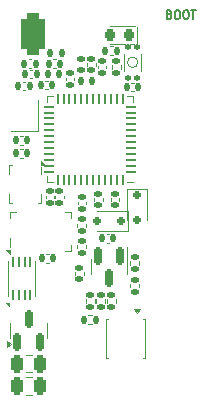
<source format=gbr>
%TF.GenerationSoftware,KiCad,Pcbnew,8.0.7*%
%TF.CreationDate,2025-01-22T04:17:01+01:00*%
%TF.ProjectId,beacon,62656163-6f6e-42e6-9b69-6361645f7063,rev?*%
%TF.SameCoordinates,Original*%
%TF.FileFunction,Legend,Top*%
%TF.FilePolarity,Positive*%
%FSLAX46Y46*%
G04 Gerber Fmt 4.6, Leading zero omitted, Abs format (unit mm)*
G04 Created by KiCad (PCBNEW 8.0.7) date 2025-01-22 04:17:01*
%MOMM*%
%LPD*%
G01*
G04 APERTURE LIST*
G04 Aperture macros list*
%AMRoundRect*
0 Rectangle with rounded corners*
0 $1 Rounding radius*
0 $2 $3 $4 $5 $6 $7 $8 $9 X,Y pos of 4 corners*
0 Add a 4 corners polygon primitive as box body*
4,1,4,$2,$3,$4,$5,$6,$7,$8,$9,$2,$3,0*
0 Add four circle primitives for the rounded corners*
1,1,$1+$1,$2,$3*
1,1,$1+$1,$4,$5*
1,1,$1+$1,$6,$7*
1,1,$1+$1,$8,$9*
0 Add four rect primitives between the rounded corners*
20,1,$1+$1,$2,$3,$4,$5,0*
20,1,$1+$1,$4,$5,$6,$7,0*
20,1,$1+$1,$6,$7,$8,$9,0*
20,1,$1+$1,$8,$9,$2,$3,0*%
%AMFreePoly0*
4,1,11,1.372500,0.090000,0.862500,0.090000,0.862500,-0.165000,1.372500,-0.165000,1.372500,-0.587500,0.612500,-0.587500,0.612500,-0.495000,-0.862500,-0.495000,-0.862500,0.495000,1.372500,0.495000,1.372500,0.090000,1.372500,0.090000,$1*%
%AMFreePoly1*
4,1,11,1.372500,0.165000,0.862500,0.165000,0.862500,-0.090000,1.372500,-0.090000,1.372500,-0.495000,-0.862500,-0.495000,-0.862500,0.495000,0.612500,0.495000,0.612500,0.587500,1.372500,0.587500,1.372500,0.165000,1.372500,0.165000,$1*%
G04 Aperture macros list end*
%ADD10C,0.175000*%
%ADD11C,0.120000*%
%ADD12C,0.100000*%
%ADD13R,2.200000X2.200000*%
%ADD14C,2.200000*%
%ADD15RoundRect,0.150000X-0.200000X0.150000X-0.200000X-0.150000X0.200000X-0.150000X0.200000X0.150000X0*%
%ADD16RoundRect,0.150000X0.150000X0.200000X-0.150000X0.200000X-0.150000X-0.200000X0.150000X-0.200000X0*%
%ADD17RoundRect,0.135000X0.185000X-0.135000X0.185000X0.135000X-0.185000X0.135000X-0.185000X-0.135000X0*%
%ADD18RoundRect,0.147500X0.147500X0.172500X-0.147500X0.172500X-0.147500X-0.172500X0.147500X-0.172500X0*%
%ADD19RoundRect,0.140000X0.140000X0.170000X-0.140000X0.170000X-0.140000X-0.170000X0.140000X-0.170000X0*%
%ADD20RoundRect,0.140000X-0.140000X-0.170000X0.140000X-0.170000X0.140000X0.170000X-0.140000X0.170000X0*%
%ADD21RoundRect,0.140000X-0.170000X0.140000X-0.170000X-0.140000X0.170000X-0.140000X0.170000X0.140000X0*%
%ADD22RoundRect,0.140000X0.170000X-0.140000X0.170000X0.140000X-0.170000X0.140000X-0.170000X-0.140000X0*%
%ADD23RoundRect,0.135000X-0.135000X-0.185000X0.135000X-0.185000X0.135000X0.185000X-0.135000X0.185000X0*%
%ADD24RoundRect,0.062500X0.375000X0.062500X-0.375000X0.062500X-0.375000X-0.062500X0.375000X-0.062500X0*%
%ADD25RoundRect,0.062500X0.062500X0.375000X-0.062500X0.375000X-0.062500X-0.375000X0.062500X-0.375000X0*%
%ADD26R,5.600000X5.600000*%
%ADD27C,3.800000*%
%ADD28RoundRect,0.135000X-0.185000X0.135000X-0.185000X-0.135000X0.185000X-0.135000X0.185000X0.135000X0*%
%ADD29C,1.300000*%
%ADD30RoundRect,0.150000X-0.150000X0.587500X-0.150000X-0.587500X0.150000X-0.587500X0.150000X0.587500X0*%
%ADD31RoundRect,0.250000X0.250000X0.475000X-0.250000X0.475000X-0.250000X-0.475000X0.250000X-0.475000X0*%
%ADD32R,0.800000X0.900000*%
%ADD33RoundRect,0.150000X0.150000X-0.587500X0.150000X0.587500X-0.150000X0.587500X-0.150000X-0.587500X0*%
%ADD34RoundRect,0.062500X0.062500X-0.387500X0.062500X0.387500X-0.062500X0.387500X-0.062500X-0.387500X0*%
%ADD35R,1.600000X0.200000*%
%ADD36R,0.250000X0.675000*%
%ADD37R,0.675000X0.250000*%
%ADD38R,0.550000X0.950000*%
%ADD39RoundRect,0.125000X0.125000X-0.150000X0.125000X0.150000X-0.125000X0.150000X-0.125000X-0.150000X0*%
%ADD40RoundRect,0.147500X-0.147500X-0.172500X0.147500X-0.172500X0.147500X0.172500X-0.147500X0.172500X0*%
%ADD41RoundRect,0.147500X0.172500X-0.147500X0.172500X0.147500X-0.172500X0.147500X-0.172500X-0.147500X0*%
%ADD42RoundRect,0.218750X0.218750X0.256250X-0.218750X0.256250X-0.218750X-0.256250X0.218750X-0.256250X0*%
%ADD43R,0.405000X0.990000*%
%ADD44FreePoly0,270.000000*%
%ADD45FreePoly1,270.000000*%
%ADD46RoundRect,0.500000X-0.500000X-1.250000X0.500000X-1.250000X0.500000X1.250000X-0.500000X1.250000X0*%
%ADD47R,2.100000X2.100000*%
%ADD48C,2.100000*%
G04 APERTURE END LIST*
D10*
X15315131Y26361434D02*
X15415131Y26328100D01*
X15415131Y26328100D02*
X15448464Y26294767D01*
X15448464Y26294767D02*
X15481797Y26228100D01*
X15481797Y26228100D02*
X15481797Y26128100D01*
X15481797Y26128100D02*
X15448464Y26061434D01*
X15448464Y26061434D02*
X15415131Y26028100D01*
X15415131Y26028100D02*
X15348464Y25994767D01*
X15348464Y25994767D02*
X15081797Y25994767D01*
X15081797Y25994767D02*
X15081797Y26694767D01*
X15081797Y26694767D02*
X15315131Y26694767D01*
X15315131Y26694767D02*
X15381797Y26661434D01*
X15381797Y26661434D02*
X15415131Y26628100D01*
X15415131Y26628100D02*
X15448464Y26561434D01*
X15448464Y26561434D02*
X15448464Y26494767D01*
X15448464Y26494767D02*
X15415131Y26428100D01*
X15415131Y26428100D02*
X15381797Y26394767D01*
X15381797Y26394767D02*
X15315131Y26361434D01*
X15315131Y26361434D02*
X15081797Y26361434D01*
X15915131Y26694767D02*
X16048464Y26694767D01*
X16048464Y26694767D02*
X16115131Y26661434D01*
X16115131Y26661434D02*
X16181797Y26594767D01*
X16181797Y26594767D02*
X16215131Y26461434D01*
X16215131Y26461434D02*
X16215131Y26228100D01*
X16215131Y26228100D02*
X16181797Y26094767D01*
X16181797Y26094767D02*
X16115131Y26028100D01*
X16115131Y26028100D02*
X16048464Y25994767D01*
X16048464Y25994767D02*
X15915131Y25994767D01*
X15915131Y25994767D02*
X15848464Y26028100D01*
X15848464Y26028100D02*
X15781797Y26094767D01*
X15781797Y26094767D02*
X15748464Y26228100D01*
X15748464Y26228100D02*
X15748464Y26461434D01*
X15748464Y26461434D02*
X15781797Y26594767D01*
X15781797Y26594767D02*
X15848464Y26661434D01*
X15848464Y26661434D02*
X15915131Y26694767D01*
X16648464Y26694767D02*
X16781797Y26694767D01*
X16781797Y26694767D02*
X16848464Y26661434D01*
X16848464Y26661434D02*
X16915130Y26594767D01*
X16915130Y26594767D02*
X16948464Y26461434D01*
X16948464Y26461434D02*
X16948464Y26228100D01*
X16948464Y26228100D02*
X16915130Y26094767D01*
X16915130Y26094767D02*
X16848464Y26028100D01*
X16848464Y26028100D02*
X16781797Y25994767D01*
X16781797Y25994767D02*
X16648464Y25994767D01*
X16648464Y25994767D02*
X16581797Y26028100D01*
X16581797Y26028100D02*
X16515130Y26094767D01*
X16515130Y26094767D02*
X16481797Y26228100D01*
X16481797Y26228100D02*
X16481797Y26461434D01*
X16481797Y26461434D02*
X16515130Y26594767D01*
X16515130Y26594767D02*
X16581797Y26661434D01*
X16581797Y26661434D02*
X16648464Y26694767D01*
X17148463Y26694767D02*
X17548463Y26694767D01*
X17348463Y25994767D02*
X17348463Y26694767D01*
D11*
%TO.C,D2*%
X11750000Y11610000D02*
X11750000Y8950000D01*
X13450000Y11610000D02*
X11750000Y11610000D01*
X13450000Y11610000D02*
X13450000Y8950000D01*
%TO.C,D3*%
X11810000Y9750000D02*
X9150000Y9750000D01*
X11810000Y8050000D02*
X9150000Y8050000D01*
X11810000Y8050000D02*
X11810000Y9750000D01*
%TO.C,R7*%
X7520000Y6546359D02*
X7520000Y6853641D01*
X8280000Y6546359D02*
X8280000Y6853641D01*
%TO.C,R8*%
X7520000Y8346359D02*
X7520000Y8653641D01*
X8280000Y8346359D02*
X8280000Y8653641D01*
%TO.C,C5*%
X5007836Y20760000D02*
X4792164Y20760000D01*
X5007836Y20040000D02*
X4792164Y20040000D01*
%TO.C,C16*%
X4892164Y6060000D02*
X5107836Y6060000D01*
X4892164Y5340000D02*
X5107836Y5340000D01*
%TO.C,C7*%
X5707836Y22560000D02*
X5492164Y22560000D01*
X5707836Y21840000D02*
X5492164Y21840000D01*
%TO.C,C11*%
X10340000Y10807836D02*
X10340000Y10592164D01*
X11060000Y10807836D02*
X11060000Y10592164D01*
%TO.C,C21*%
X6540000Y20792164D02*
X6540000Y21007836D01*
X7260000Y20792164D02*
X7260000Y21007836D01*
%TO.C,C13*%
X9992164Y7760000D02*
X10207836Y7760000D01*
X9992164Y7040000D02*
X10207836Y7040000D01*
%TO.C,C3*%
X8940000Y10807836D02*
X8940000Y10592164D01*
X9660000Y10807836D02*
X9660000Y10592164D01*
%TO.C,R5*%
X8446359Y880000D02*
X8753641Y880000D01*
X8446359Y120000D02*
X8753641Y120000D01*
%TO.C,C18*%
X4840000Y11007836D02*
X4840000Y10792164D01*
X5560000Y11007836D02*
X5560000Y10792164D01*
%TO.C,C12*%
X3107836Y20660000D02*
X2892164Y20660000D01*
X3107836Y19940000D02*
X2892164Y19940000D01*
%TO.C,U1*%
X4990000Y19410000D02*
X4990000Y18935000D01*
X4990000Y12190000D02*
X4990000Y12665000D01*
X5465000Y19410000D02*
X4990000Y19410000D01*
X5465000Y12190000D02*
X4990000Y12190000D01*
X11735000Y19410000D02*
X12210000Y19410000D01*
X11735000Y12190000D02*
X12210000Y12190000D01*
X12210000Y19410000D02*
X12210000Y18935000D01*
%TO.C,R3*%
X10420000Y21746359D02*
X10420000Y22053641D01*
X11180000Y21746359D02*
X11180000Y22053641D01*
%TO.C,R6*%
X8220000Y2253641D02*
X8220000Y1946359D01*
X8980000Y2253641D02*
X8980000Y1946359D01*
%TO.C,C14*%
X7340000Y4292164D02*
X7340000Y4507836D01*
X8060000Y4292164D02*
X8060000Y4507836D01*
%TO.C,U2*%
X8640000Y5000000D02*
X8640000Y5650000D01*
X8640000Y5000000D02*
X8640000Y4350000D01*
X11760000Y5000000D02*
X11760000Y6675000D01*
X11760000Y5000000D02*
X11760000Y4350000D01*
%TO.C,C6*%
X8340000Y21992164D02*
X8340000Y22207836D01*
X9060000Y21992164D02*
X9060000Y22207836D01*
%TO.C,C15*%
X5640000Y11007836D02*
X5640000Y10792164D01*
X6360000Y11007836D02*
X6360000Y10792164D01*
%TO.C,R4*%
X10246359Y23680000D02*
X10553641Y23680000D01*
X10246359Y22920000D02*
X10553641Y22920000D01*
%TO.C,C1*%
X12092164Y20560000D02*
X12307836Y20560000D01*
X12092164Y19840000D02*
X12307836Y19840000D01*
%TO.C,C20*%
X9240000Y21792164D02*
X9240000Y22007836D01*
X9960000Y21792164D02*
X9960000Y22007836D01*
%TO.C,C10*%
X2907836Y16060000D02*
X2692164Y16060000D01*
X2907836Y15340000D02*
X2692164Y15340000D01*
%TO.C,R9*%
X9120000Y2253641D02*
X9120000Y1946359D01*
X9880000Y2253641D02*
X9880000Y1946359D01*
%TO.C,C4*%
X3707836Y21660000D02*
X3492164Y21660000D01*
X3707836Y20940000D02*
X3492164Y20940000D01*
%TO.C,C2*%
X7540000Y10507836D02*
X7540000Y10292164D01*
X8260000Y10507836D02*
X8260000Y10292164D01*
%TO.C,R10*%
X12020000Y3553641D02*
X12020000Y3246359D01*
X12780000Y3553641D02*
X12780000Y3246359D01*
%TO.C,R1*%
X12020000Y5146359D02*
X12020000Y5453641D01*
X12780000Y5146359D02*
X12780000Y5453641D01*
%TO.C,C19*%
X3661252Y-4365000D02*
X3138748Y-4365000D01*
X3661252Y-5835000D02*
X3138748Y-5835000D01*
%TO.C,Y1*%
X1900000Y16450000D02*
X4200000Y16450000D01*
X4200000Y16450000D02*
X4200000Y19150000D01*
%TO.C,C9*%
X2907836Y14960000D02*
X2692164Y14960000D01*
X2907836Y14240000D02*
X2692164Y14240000D01*
%TO.C,Q1*%
X1840000Y-400000D02*
X1840000Y250000D01*
X1840000Y-400000D02*
X1840000Y-1050000D01*
X4960000Y-400000D02*
X4960000Y250000D01*
X4960000Y-400000D02*
X4960000Y-1050000D01*
X1890000Y-1562500D02*
X1560000Y-1802500D01*
X1560000Y-1322500D01*
X1890000Y-1562500D01*
G36*
X1890000Y-1562500D02*
G01*
X1560000Y-1802500D01*
X1560000Y-1322500D01*
X1890000Y-1562500D01*
G37*
%TO.C,R2*%
X10020000Y2253641D02*
X10020000Y1946359D01*
X10780000Y2253641D02*
X10780000Y1946359D01*
%TO.C,U4*%
X1665000Y2500000D02*
X1665000Y5500000D01*
X3935000Y2500000D02*
X3935000Y5500000D01*
X1750000Y1670000D02*
X1470000Y1950000D01*
X1750000Y1950000D01*
X1750000Y1670000D01*
G36*
X1750000Y1670000D02*
G01*
X1470000Y1950000D01*
X1750000Y1950000D01*
X1750000Y1670000D01*
G37*
D12*
%TO.C,U6*%
X1750000Y13600000D02*
X1750000Y12880000D01*
X1750000Y13600000D02*
X1970000Y13600000D01*
X1750000Y10400000D02*
X1750000Y11120000D01*
X1970000Y10400000D02*
X1750000Y10400000D01*
X4450000Y13400000D02*
X4450000Y12880000D01*
X4450000Y11120000D02*
X4450000Y10400000D01*
X4450000Y10400000D02*
X4230000Y10400000D01*
X4810000Y13600000D02*
X4450000Y13600000D01*
X4450000Y13960000D01*
X4810000Y13600000D01*
G36*
X4810000Y13600000D02*
G01*
X4450000Y13600000D01*
X4450000Y13960000D01*
X4810000Y13600000D01*
G37*
D11*
%TO.C,U3*%
X1800000Y9650000D02*
X2300000Y9650000D01*
X1800000Y9150000D02*
X1800000Y9650000D01*
X1800000Y6650000D02*
X1800000Y7400000D01*
X6500000Y9650000D02*
X7000000Y9650000D01*
X7000000Y9650000D02*
X7000000Y9150000D01*
X7000000Y6850000D02*
X7000000Y6350000D01*
X7000000Y6350000D02*
X6500000Y6350000D01*
X1800000Y6090000D02*
X1440000Y6450000D01*
X1800000Y6450000D01*
X1800000Y6090000D01*
G36*
X1800000Y6090000D02*
G01*
X1440000Y6450000D01*
X1800000Y6450000D01*
X1800000Y6090000D01*
G37*
%TO.C,C17*%
X3661252Y-2465000D02*
X3138748Y-2465000D01*
X3661252Y-3935000D02*
X3138748Y-3935000D01*
D12*
%TO.C,SW1*%
X11500000Y21600000D02*
X11500000Y23000000D01*
X12900000Y21600000D02*
X12900000Y23000000D01*
X12647214Y22300000D02*
G75*
G02*
X11752786Y22300000I-447214J0D01*
G01*
X11752786Y22300000D02*
G75*
G02*
X12647214Y22300000I447214J0D01*
G01*
D11*
%TO.C,C8*%
X3607836Y22560000D02*
X3392164Y22560000D01*
X3607836Y21840000D02*
X3392164Y21840000D01*
%TO.C,D1*%
X10300000Y23865000D02*
X12585000Y23865000D01*
X12585000Y25335000D02*
X10300000Y25335000D01*
X12585000Y23865000D02*
X12585000Y25335000D01*
%TO.C,Q2*%
X9955000Y542500D02*
X9955000Y-2727500D01*
X10140000Y542500D02*
X9955000Y542500D01*
X10140000Y-2727500D02*
X9955000Y-2727500D01*
X13060000Y542500D02*
X13245000Y542500D01*
X13060000Y-2727500D02*
X13245000Y-2727500D01*
X13245000Y542500D02*
X13245000Y-2727500D01*
X12575000Y1107500D02*
X12335000Y1437500D01*
X12815000Y1437500D01*
X12575000Y1107500D01*
G36*
X12575000Y1107500D02*
G01*
X12335000Y1437500D01*
X12815000Y1437500D01*
X12575000Y1107500D01*
G37*
%TD*%
%LPC*%
D13*
%TO.C,J3*%
X11315000Y-7600000D03*
D14*
X8775000Y-7600000D03*
X6235000Y-7600000D03*
X3695000Y-7600000D03*
%TD*%
D15*
%TO.C,D2*%
X12600000Y11050000D03*
X12600000Y8950000D03*
%TD*%
D16*
%TO.C,D3*%
X11250000Y8900000D03*
X9150000Y8900000D03*
%TD*%
D17*
%TO.C,R7*%
X7900000Y6190000D03*
X7900000Y7210000D03*
%TD*%
D18*
%TO.C,L3*%
X5215000Y23050000D03*
X6185000Y23050000D03*
%TD*%
D17*
%TO.C,R8*%
X7900000Y7990000D03*
X7900000Y9010000D03*
%TD*%
D19*
%TO.C,C5*%
X5380000Y20400000D03*
X4420000Y20400000D03*
%TD*%
D20*
%TO.C,C16*%
X4520000Y5700000D03*
X5480000Y5700000D03*
%TD*%
D19*
%TO.C,C7*%
X6080000Y22200000D03*
X5120000Y22200000D03*
%TD*%
D21*
%TO.C,C11*%
X10700000Y11180000D03*
X10700000Y10220000D03*
%TD*%
D22*
%TO.C,C21*%
X6900000Y20420000D03*
X6900000Y21380000D03*
%TD*%
D20*
%TO.C,C13*%
X9620000Y7400000D03*
X10580000Y7400000D03*
%TD*%
D21*
%TO.C,C3*%
X9300000Y11180000D03*
X9300000Y10220000D03*
%TD*%
D23*
%TO.C,R5*%
X8090000Y500000D03*
X9110000Y500000D03*
%TD*%
D21*
%TO.C,C18*%
X5200000Y11380000D03*
X5200000Y10420000D03*
%TD*%
D19*
%TO.C,C12*%
X3480000Y20300000D03*
X2520000Y20300000D03*
%TD*%
D24*
%TO.C,U1*%
X12037500Y13050000D03*
X12037500Y13550000D03*
X12037500Y14050000D03*
X12037500Y14550000D03*
X12037500Y15050000D03*
X12037500Y15550000D03*
X12037500Y16050000D03*
X12037500Y16550000D03*
X12037500Y17050000D03*
X12037500Y17550000D03*
X12037500Y18050000D03*
X12037500Y18550000D03*
D25*
X11350000Y19237500D03*
X10850000Y19237500D03*
X10350000Y19237500D03*
X9850000Y19237500D03*
X9350000Y19237500D03*
X8850000Y19237500D03*
X8350000Y19237500D03*
X7850000Y19237500D03*
X7350000Y19237500D03*
X6850000Y19237500D03*
X6350000Y19237500D03*
X5850000Y19237500D03*
D24*
X5162500Y18550000D03*
X5162500Y18050000D03*
X5162500Y17550000D03*
X5162500Y17050000D03*
X5162500Y16550000D03*
X5162500Y16050000D03*
X5162500Y15550000D03*
X5162500Y15050000D03*
X5162500Y14550000D03*
X5162500Y14050000D03*
X5162500Y13550000D03*
X5162500Y13050000D03*
D25*
X5850000Y12362500D03*
X6350000Y12362500D03*
X6850000Y12362500D03*
X7350000Y12362500D03*
X7850000Y12362500D03*
X8350000Y12362500D03*
X8850000Y12362500D03*
X9350000Y12362500D03*
X9850000Y12362500D03*
X10350000Y12362500D03*
X10850000Y12362500D03*
X11350000Y12362500D03*
D26*
X8600000Y15800000D03*
%TD*%
D27*
%TO.C,H3*%
X7500000Y25300000D03*
%TD*%
D17*
%TO.C,R3*%
X10800000Y21390000D03*
X10800000Y22410000D03*
%TD*%
D28*
%TO.C,R6*%
X8600000Y2610000D03*
X8600000Y1590000D03*
%TD*%
D29*
%TO.C,H2*%
X10000000Y-5400000D03*
%TD*%
D22*
%TO.C,C14*%
X7700000Y3920000D03*
X7700000Y4880000D03*
%TD*%
D30*
%TO.C,U2*%
X11150000Y5937500D03*
X9250000Y5937500D03*
X10200000Y4062500D03*
%TD*%
D22*
%TO.C,C6*%
X8700000Y21620000D03*
X8700000Y22580000D03*
%TD*%
D21*
%TO.C,C15*%
X6000000Y11380000D03*
X6000000Y10420000D03*
%TD*%
D23*
%TO.C,R4*%
X9890000Y23300000D03*
X10910000Y23300000D03*
%TD*%
D20*
%TO.C,C1*%
X11720000Y20200000D03*
X12680000Y20200000D03*
%TD*%
D22*
%TO.C,C20*%
X9600000Y21420000D03*
X9600000Y22380000D03*
%TD*%
D19*
%TO.C,C10*%
X3280000Y15700000D03*
X2320000Y15700000D03*
%TD*%
D28*
%TO.C,R9*%
X9500000Y2610000D03*
X9500000Y1590000D03*
%TD*%
D19*
%TO.C,C4*%
X4080000Y21300000D03*
X3120000Y21300000D03*
%TD*%
D21*
%TO.C,C2*%
X7900000Y10880000D03*
X7900000Y9920000D03*
%TD*%
D28*
%TO.C,R10*%
X12400000Y3910000D03*
X12400000Y2890000D03*
%TD*%
D17*
%TO.C,R1*%
X12400000Y4790000D03*
X12400000Y5810000D03*
%TD*%
D31*
%TO.C,C19*%
X4350000Y-5100000D03*
X2450000Y-5100000D03*
%TD*%
D32*
%TO.C,Y1*%
X3600000Y17100000D03*
X3600000Y18500000D03*
X2500000Y18500000D03*
X2500000Y17100000D03*
%TD*%
D19*
%TO.C,C9*%
X3280000Y14600000D03*
X2320000Y14600000D03*
%TD*%
D33*
%TO.C,Q1*%
X2450000Y-1337500D03*
X4350000Y-1337500D03*
X3400000Y537500D03*
%TD*%
D28*
%TO.C,R2*%
X10400000Y2610000D03*
X10400000Y1590000D03*
%TD*%
D34*
%TO.C,U4*%
X2050000Y2575000D03*
X2550000Y2575000D03*
X3050000Y2575000D03*
X3550000Y2575000D03*
X3550000Y5425000D03*
X3050000Y5425000D03*
X2550000Y5425000D03*
X2050000Y5425000D03*
D35*
X2800000Y4000000D03*
%TD*%
D36*
%TO.C,U6*%
X3850000Y13262500D03*
X3350000Y13262500D03*
X2850000Y13262500D03*
X2350000Y13262500D03*
D37*
X2087500Y12500000D03*
X2087500Y12000000D03*
X2087500Y11500000D03*
D36*
X2350000Y10737500D03*
X2850000Y10737500D03*
X3350000Y10737500D03*
X3850000Y10737500D03*
D37*
X4112500Y11500000D03*
X4112500Y12000000D03*
X4112500Y12500000D03*
%TD*%
D29*
%TO.C,H1*%
X12700000Y25900000D03*
%TD*%
D38*
%TO.C,U3*%
X2525000Y6925000D03*
X3775000Y6925000D03*
X5025000Y6925000D03*
X6275000Y6925000D03*
X6275000Y9075000D03*
X5025000Y9075000D03*
X3775000Y9075000D03*
X2525000Y9075000D03*
%TD*%
D31*
%TO.C,C17*%
X4350000Y-3200000D03*
X2450000Y-3200000D03*
%TD*%
D39*
%TO.C,SW1*%
X11800000Y20975000D03*
X12600000Y20975000D03*
X11800000Y23625000D03*
X12600000Y23625000D03*
%TD*%
D40*
%TO.C,L1*%
X5015000Y21300000D03*
X5985000Y21300000D03*
%TD*%
D19*
%TO.C,C8*%
X3980000Y22200000D03*
X3020000Y22200000D03*
%TD*%
D40*
%TO.C,L4*%
X7815000Y20700000D03*
X8785000Y20700000D03*
%TD*%
D41*
%TO.C,L2*%
X7800000Y21615000D03*
X7800000Y22585000D03*
%TD*%
D42*
%TO.C,D1*%
X11887500Y24600000D03*
X10312500Y24600000D03*
%TD*%
D43*
%TO.C,Q2*%
X12590000Y342500D03*
X11930000Y342500D03*
X11270000Y342500D03*
X10610000Y342500D03*
D44*
X10992500Y-1650000D03*
D45*
X12207500Y-1650000D03*
%TD*%
D46*
%TO.C,AE1*%
X3800000Y24700000D03*
%TD*%
D27*
%TO.C,H4*%
X7500000Y-2200000D03*
%TD*%
D47*
%TO.C,BT1*%
X5900000Y1530000D03*
D48*
X5900000Y4070000D03*
%TD*%
%LPD*%
M02*

</source>
